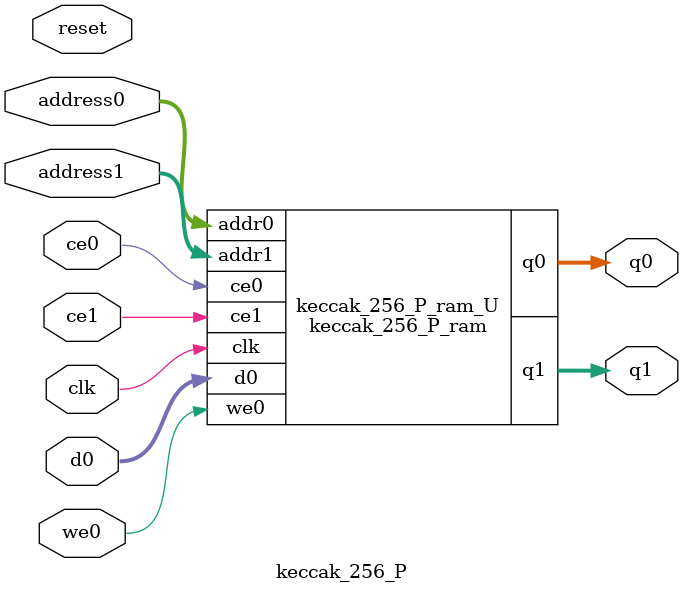
<source format=v>
`timescale 1 ns / 1 ps
module keccak_256_P_ram (addr0, ce0, d0, we0, q0, addr1, ce1, q1,  clk);

parameter DWIDTH = 8;
parameter AWIDTH = 8;
parameter MEM_SIZE = 136;

input[AWIDTH-1:0] addr0;
input ce0;
input[DWIDTH-1:0] d0;
input we0;
output reg[DWIDTH-1:0] q0;
input[AWIDTH-1:0] addr1;
input ce1;
output reg[DWIDTH-1:0] q1;
input clk;

(* ram_style = "block" *)reg [DWIDTH-1:0] ram[0:MEM_SIZE-1];




always @(posedge clk)  
begin 
    if (ce0) begin
        if (we0) 
            ram[addr0] <= d0; 
        q0 <= ram[addr0];
    end
end


always @(posedge clk)  
begin 
    if (ce1) begin
        q1 <= ram[addr1];
    end
end


endmodule

`timescale 1 ns / 1 ps
module keccak_256_P(
    reset,
    clk,
    address0,
    ce0,
    we0,
    d0,
    q0,
    address1,
    ce1,
    q1);

parameter DataWidth = 32'd8;
parameter AddressRange = 32'd136;
parameter AddressWidth = 32'd8;
input reset;
input clk;
input[AddressWidth - 1:0] address0;
input ce0;
input we0;
input[DataWidth - 1:0] d0;
output[DataWidth - 1:0] q0;
input[AddressWidth - 1:0] address1;
input ce1;
output[DataWidth - 1:0] q1;



keccak_256_P_ram keccak_256_P_ram_U(
    .clk( clk ),
    .addr0( address0 ),
    .ce0( ce0 ),
    .we0( we0 ),
    .d0( d0 ),
    .q0( q0 ),
    .addr1( address1 ),
    .ce1( ce1 ),
    .q1( q1 ));

endmodule


</source>
